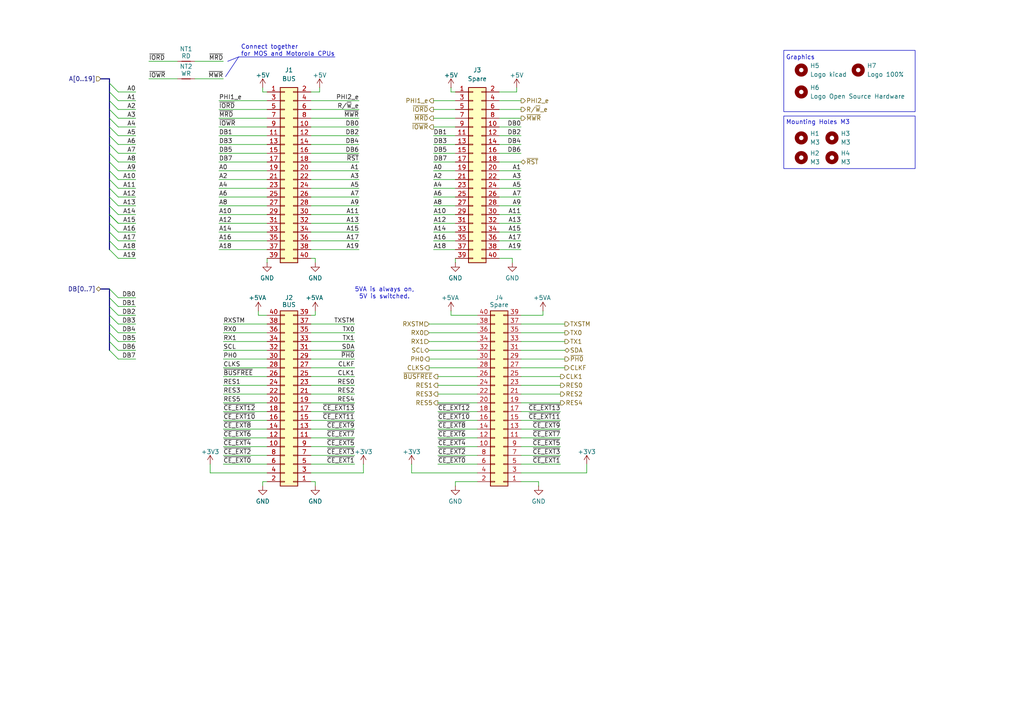
<source format=kicad_sch>
(kicad_sch (version 20231120) (generator "eeschema") (generator_version "8.0")
  (paper "A4")
  (title_block (title "Unicomp v3 - Bus") (date "2024-10-01") (rev "v1.0") (company "100% Offner") (comment 1 "v1.0: Initial"))
  (lib_symbols
    (symbol "Connector_Generic:Conn_02x20_Odd_Even" (pin_names (offset 1.016) hide)
      (property "Reference" "J" (at 1.27 25.4 0))
      (property "Value" "Conn_02x20_Odd_Even" (at 1.27 -27.94 0))
      (symbol "Conn_02x20_Odd_Even_1_1"
        (rectangle (start -1.27 -25.273) (end 0 -25.527) (stroke (width 0.1524)))
        (rectangle (start -1.27 -22.733) (end 0 -22.987) (stroke (width 0.1524)))
        (rectangle (start -1.27 -20.193) (end 0 -20.447) (stroke (width 0.1524)))
        (rectangle (start -1.27 -17.653) (end 0 -17.907) (stroke (width 0.1524)))
        (rectangle (start -1.27 -15.113) (end 0 -15.367) (stroke (width 0.1524)))
        (rectangle (start -1.27 -12.573) (end 0 -12.827) (stroke (width 0.1524)))
        (rectangle (start -1.27 -10.033) (end 0 -10.287) (stroke (width 0.1524)))
        (rectangle (start -1.27 -7.493) (end 0 -7.747) (stroke (width 0.1524)))
        (rectangle (start -1.27 -4.953) (end 0 -5.207) (stroke (width 0.1524)))
        (rectangle (start -1.27 -2.413) (end 0 -2.667) (stroke (width 0.1524)))
        (rectangle (start -1.27 0.127) (end 0 -0.127) (stroke (width 0.1524)))
        (rectangle (start -1.27 2.667) (end 0 2.413) (stroke (width 0.1524)))
        (rectangle (start -1.27 5.207) (end 0 4.953) (stroke (width 0.1524)))
        (rectangle (start -1.27 7.747) (end 0 7.493) (stroke (width 0.1524)))
        (rectangle (start -1.27 10.287) (end 0 10.033) (stroke (width 0.1524)))
        (rectangle (start -1.27 12.827) (end 0 12.573) (stroke (width 0.1524)))
        (rectangle (start -1.27 15.367) (end 0 15.113) (stroke (width 0.1524)))
        (rectangle (start -1.27 17.907) (end 0 17.653) (stroke (width 0.1524)))
        (rectangle (start -1.27 20.447) (end 0 20.193) (stroke (width 0.1524)))
        (rectangle (start -1.27 22.987) (end 0 22.733) (stroke (width 0.1524)))
        (rectangle (start -1.27 24.13) (end 3.81 -26.67) (stroke (width 0.254)) (fill (type background)))
        (rectangle (start 3.81 -25.273) (end 2.54 -25.527) (stroke (width 0.1524)))
        (rectangle (start 3.81 -22.733) (end 2.54 -22.987) (stroke (width 0.1524)))
        (rectangle (start 3.81 -20.193) (end 2.54 -20.447) (stroke (width 0.1524)))
        (rectangle (start 3.81 -17.653) (end 2.54 -17.907) (stroke (width 0.1524)))
        (rectangle (start 3.81 -15.113) (end 2.54 -15.367) (stroke (width 0.1524)))
        (rectangle (start 3.81 -12.573) (end 2.54 -12.827) (stroke (width 0.1524)))
        (rectangle (start 3.81 -10.033) (end 2.54 -10.287) (stroke (width 0.1524)))
        (rectangle (start 3.81 -7.493) (end 2.54 -7.747) (stroke (width 0.1524)))
        (rectangle (start 3.81 -4.953) (end 2.54 -5.207) (stroke (width 0.1524)))
        (rectangle (start 3.81 -2.413) (end 2.54 -2.667) (stroke (width 0.1524)))
        (rectangle (start 3.81 0.127) (end 2.54 -0.127) (stroke (width 0.1524)))
        (rectangle (start 3.81 2.667) (end 2.54 2.413) (stroke (width 0.1524)))
        (rectangle (start 3.81 5.207) (end 2.54 4.953) (stroke (width 0.1524)))
        (rectangle (start 3.81 7.747) (end 2.54 7.493) (stroke (width 0.1524)))
        (rectangle (start 3.81 10.287) (end 2.54 10.033) (stroke (width 0.1524)))
        (rectangle (start 3.81 12.827) (end 2.54 12.573) (stroke (width 0.1524)))
        (rectangle (start 3.81 15.367) (end 2.54 15.113) (stroke (width 0.1524)))
        (rectangle (start 3.81 17.907) (end 2.54 17.653) (stroke (width 0.1524)))
        (rectangle (start 3.81 20.447) (end 2.54 20.193) (stroke (width 0.1524)))
        (rectangle (start 3.81 22.987) (end 2.54 22.733) (stroke (width 0.1524)))
        (pin passive line (at -5.08 22.86 0) (length 3.81) (name "Pin_1") (number "1"))
        (pin passive line (at 7.62 12.7 180) (length 3.81) (name "Pin_10") (number "10"))
        (pin passive line (at -5.08 10.16 0) (length 3.81) (name "Pin_11") (number "11"))
        (pin passive line (at 7.62 10.16 180) (length 3.81) (name "Pin_12") (number "12"))
        (pin passive line (at -5.08 7.62 0) (length 3.81) (name "Pin_13") (number "13"))
        (pin passive line (at 7.62 7.62 180) (length 3.81) (name "Pin_14") (number "14"))
        (pin passive line (at -5.08 5.08 0) (length 3.81) (name "Pin_15") (number "15"))
        (pin passive line (at 7.62 5.08 180) (length 3.81) (name "Pin_16") (number "16"))
        (pin passive line (at -5.08 2.54 0) (length 3.81) (name "Pin_17") (number "17"))
        (pin passive line (at 7.62 2.54 180) (length 3.81) (name "Pin_18") (number "18"))
        (pin passive line (at -5.08 0 0) (length 3.81) (name "Pin_19") (number "19"))
        (pin passive line (at 7.62 22.86 180) (length 3.81) (name "Pin_2") (number "2"))
        (pin passive line (at 7.62 0 180) (length 3.81) (name "Pin_20") (number "20"))
        (pin passive line (at -5.08 -2.54 0) (length 3.81) (name "Pin_21") (number "21"))
        (pin passive line (at 7.62 -2.54 180) (length 3.81) (name "Pin_22") (number "22"))
        (pin passive line (at -5.08 -5.08 0) (length 3.81) (name "Pin_23") (number "23"))
        (pin passive line (at 7.62 -5.08 180) (length 3.81) (name "Pin_24") (number "24"))
        (pin passive line (at -5.08 -7.62 0) (length 3.81) (name "Pin_25") (number "25"))
        (pin passive line (at 7.62 -7.62 180) (length 3.81) (name "Pin_26") (number "26"))
        (pin passive line (at -5.08 -10.16 0) (length 3.81) (name "Pin_27") (number "27"))
        (pin passive line (at 7.62 -10.16 180) (length 3.81) (name "Pin_28") (number "28"))
        (pin passive line (at -5.08 -12.7 0) (length 3.81) (name "Pin_29") (number "29"))
        (pin passive line (at -5.08 20.32 0) (length 3.81) (name "Pin_3") (number "3"))
        (pin passive line (at 7.62 -12.7 180) (length 3.81) (name "Pin_30") (number "30"))
        (pin passive line (at -5.08 -15.24 0) (length 3.81) (name "Pin_31") (number "31"))
        (pin passive line (at 7.62 -15.24 180) (length 3.81) (name "Pin_32") (number "32"))
        (pin passive line (at -5.08 -17.78 0) (length 3.81) (name "Pin_33") (number "33"))
        (pin passive line (at 7.62 -17.78 180) (length 3.81) (name "Pin_34") (number "34"))
        (pin passive line (at -5.08 -20.32 0) (length 3.81) (name "Pin_35") (number "35"))
        (pin passive line (at 7.62 -20.32 180) (length 3.81) (name "Pin_36") (number "36"))
        (pin passive line (at -5.08 -22.86 0) (length 3.81) (name "Pin_37") (number "37"))
        (pin passive line (at 7.62 -22.86 180) (length 3.81) (name "Pin_38") (number "38"))
        (pin passive line (at -5.08 -25.4 0) (length 3.81) (name "Pin_39") (number "39"))
        (pin passive line (at 7.62 20.32 180) (length 3.81) (name "Pin_4") (number "4"))
        (pin passive line (at 7.62 -25.4 180) (length 3.81) (name "Pin_40") (number "40"))
        (pin passive line (at -5.08 17.78 0) (length 3.81) (name "Pin_5") (number "5"))
        (pin passive line (at 7.62 17.78 180) (length 3.81) (name "Pin_6") (number "6"))
        (pin passive line (at -5.08 15.24 0) (length 3.81) (name "Pin_7") (number "7"))
        (pin passive line (at 7.62 15.24 180) (length 3.81) (name "Pin_8") (number "8"))
        (pin passive line (at -5.08 12.7 0) (length 3.81) (name "Pin_9") (number "9"))
      )
    )
    (symbol "Device:NetTie_2" (pin_numbers hide) (pin_names (offset 0) hide) (in_bom no)
      (property "Reference" "NT" (at 0 1.27 0))
      (property "Value" "NetTie_2" (at 0 -1.27 0))
      (symbol "NetTie_2_0_1"
        (polyline (pts (xy -1.27 0) (xy 1.27 0)) (stroke (width 0.254)))
      )
      (symbol "NetTie_2_1_1"
        (pin passive line (at -2.54 0 0) (length 2.54) (name "1") (number "1"))
        (pin passive line (at 2.54 0 180) (length 2.54) (name "2") (number "2"))
      )
    )
    (symbol "Mechanical:MountingHole" (pin_names (offset 1.016)) (exclude_from_sim yes) (in_bom no)
      (property "Reference" "H" (at 0 5.08 0))
      (property "Value" "MountingHole" (at 0 3.175 0))
      (symbol "MountingHole_0_1"
        (circle (center 0 0) (radius 1.27) (stroke (width 1.27)))
      )
    )
    (symbol "power:+3V3" (power) (pin_numbers hide) (pin_names (offset 0) hide)
      (property "Value" "+3V3" (at 0 3.556 0))
      (symbol "+3V3_0_1"
        (polyline (pts (xy -0.762 1.27) (xy 0 2.54)))
        (polyline (pts (xy 0 0) (xy 0 2.54)))
        (polyline (pts (xy 0 2.54) (xy 0.762 1.27)))
      )
      (symbol "+3V3_1_1"
        (pin power_in line (at 0 0 90) (length 0) (name "~") (number "1"))
      )
    )
    (symbol "power:+5V" (power) (pin_numbers hide) (pin_names (offset 0) hide)
      (property "Value" "+5V" (at 0 3.556 0))
      (symbol "+5V_0_1"
        (polyline (pts (xy -0.762 1.27) (xy 0 2.54)))
        (polyline (pts (xy 0 0) (xy 0 2.54)))
        (polyline (pts (xy 0 2.54) (xy 0.762 1.27)))
      )
      (symbol "+5V_1_1"
        (pin power_in line (at 0 0 90) (length 0) (name "~") (number "1"))
      )
    )
    (symbol "power:+5VA" (power) (pin_numbers hide) (pin_names (offset 0) hide)
      (property "Value" "+5VA" (at 0 3.556 0))
      (symbol "+5VA_0_1"
        (polyline (pts (xy -0.762 1.27) (xy 0 2.54)))
        (polyline (pts (xy 0 0) (xy 0 2.54)))
        (polyline (pts (xy 0 2.54) (xy 0.762 1.27)))
      )
      (symbol "+5VA_1_1"
        (pin power_in line (at 0 0 90) (length 0) (name "~") (number "1"))
      )
    )
    (symbol "power:GND" (power) (pin_numbers hide) (pin_names (offset 0) hide)
      (property "Value" "GND" (at 0 -3.81 0))
      (symbol "GND_0_1"
        (polyline (pts (xy 0 0) (xy 0 -1.27) (xy 1.27 -1.27) (xy 0 -2.54) (xy -1.27 -1.27) (xy 0 -1.27)))
      )
      (symbol "GND_1_1"
        (pin power_in line (at 0 0 270) (length 0) (name "~") (number "1"))
      )
    )
  )
  (bus_entry (at 31.75 57.15) (size 2.54 2.54))
  (bus_entry (at 31.75 49.53) (size 2.54 2.54))
  (bus_entry (at 31.75 34.29) (size 2.54 2.54))
  (bus_entry (at 31.75 62.23) (size 2.54 2.54))
  (bus_entry (at 31.75 72.39) (size 2.54 2.54))
  (bus_entry (at 31.75 91.44) (size 2.54 2.54))
  (bus_entry (at 31.75 83.82) (size 2.54 2.54))
  (bus_entry (at 31.75 99.06) (size 2.54 2.54))
  (bus_entry (at 31.75 36.83) (size 2.54 2.54))
  (bus_entry (at 31.75 24.13) (size 2.54 2.54))
  (bus_entry (at 31.75 67.31) (size 2.54 2.54))
  (bus_entry (at 31.75 54.61) (size 2.54 2.54))
  (bus_entry (at 31.75 44.45) (size 2.54 2.54))
  (bus_entry (at 31.75 86.36) (size 2.54 2.54))
  (bus_entry (at 31.75 41.91) (size 2.54 2.54))
  (bus_entry (at 31.75 46.99) (size 2.54 2.54))
  (bus_entry (at 31.75 39.37) (size 2.54 2.54))
  (bus_entry (at 31.75 31.75) (size 2.54 2.54))
  (bus_entry (at 31.75 29.21) (size 2.54 2.54))
  (bus_entry (at 31.75 96.52) (size 2.54 2.54))
  (bus_entry (at 31.75 26.67) (size 2.54 2.54))
  (bus_entry (at 31.75 88.9) (size 2.54 2.54))
  (bus_entry (at 31.75 52.07) (size 2.54 2.54))
  (bus_entry (at 31.75 62.23) (size 2.54 2.54))
  (bus_entry (at 31.75 69.85) (size 2.54 2.54))
  (bus_entry (at 31.75 59.69) (size 2.54 2.54))
  (bus_entry (at 31.75 93.98) (size 2.54 2.54))
  (bus_entry (at 31.75 64.77) (size 2.54 2.54))
  (bus_entry (at 31.75 101.6) (size 2.54 2.54))
  (wire (pts (xy 39.37 91.44) (xy 34.29 91.44)))
  (wire (pts (xy 125.73 41.91) (xy 132.08 41.91)))
  (bus (pts (xy 31.75 91.44) (xy 31.75 88.9)))
  (bus (pts (xy 31.75 31.75) (xy 31.75 29.21)))
  (wire (pts (xy 91.44 74.93) (xy 90.17 74.93)))
  (wire (pts (xy 151.13 116.84) (xy 162.56 116.84)))
  (wire (pts (xy 125.73 44.45) (xy 132.08 44.45)))
  (wire (pts (xy 63.5 29.21) (xy 77.47 29.21)))
  (wire (pts (xy 144.78 57.15) (xy 151.13 57.15)))
  (wire (pts (xy 91.44 90.17) (xy 91.44 91.44)))
  (wire (pts (xy 156.21 139.7) (xy 151.13 139.7)))
  (wire (pts (xy 39.37 104.14) (xy 34.29 104.14)))
  (wire (pts (xy 90.17 99.06) (xy 102.87 99.06)))
  (wire (pts (xy 170.18 134.62) (xy 170.18 137.16)))
  (wire (pts (xy 125.73 39.37) (xy 132.08 39.37)))
  (wire (pts (xy 63.5 64.77) (xy 77.47 64.77)))
  (wire (pts (xy 130.81 90.17) (xy 130.81 91.44)))
  (wire (pts (xy 64.77 134.62) (xy 77.47 134.62)))
  (wire (pts (xy 144.78 64.77) (xy 151.13 64.77)))
  (wire (pts (xy 144.78 69.85) (xy 151.13 69.85)))
  (wire (pts (xy 64.77 121.92) (xy 77.47 121.92)))
  (wire (pts (xy 151.13 129.54) (xy 162.56 129.54)))
  (wire (pts (xy 127 111.76) (xy 138.43 111.76)))
  (wire (pts (xy 90.17 64.77) (xy 104.14 64.77)))
  (wire (pts (xy 149.86 26.67) (xy 144.78 26.67)))
  (wire (pts (xy 39.37 69.85) (xy 34.29 69.85)))
  (wire (pts (xy 91.44 76.2) (xy 91.44 74.93)))
  (wire (pts (xy 151.13 99.06) (xy 163.83 99.06)))
  (wire (pts (xy 90.17 59.69) (xy 104.14 59.69)))
  (wire (pts (xy 127 127) (xy 138.43 127)))
  (wire (pts (xy 130.81 91.44) (xy 138.43 91.44)))
  (wire (pts (xy 63.5 36.83) (xy 77.47 36.83)))
  (wire (pts (xy 63.5 39.37) (xy 77.47 39.37)))
  (wire (pts (xy 90.17 116.84) (xy 102.87 116.84)))
  (wire (pts (xy 157.48 90.17) (xy 157.48 91.44)))
  (wire (pts (xy 56.515 17.78) (xy 64.77 17.78)))
  (wire (pts (xy 125.73 69.85) (xy 132.08 69.85)))
  (wire (pts (xy 60.96 137.16) (xy 77.47 137.16)))
  (wire (pts (xy 148.59 76.2) (xy 148.59 74.93)))
  (wire (pts (xy 151.13 127) (xy 162.56 127)))
  (bus (pts (xy 31.75 99.06) (xy 31.75 96.52)))
  (bus (pts (xy 31.75 88.9) (xy 31.75 86.36)))
  (wire (pts (xy 125.73 46.99) (xy 132.08 46.99)))
  (wire (pts (xy 76.2 25.4) (xy 76.2 26.67)))
  (wire (pts (xy 125.73 31.75) (xy 132.08 31.75)))
  (wire (pts (xy 39.37 36.83) (xy 34.29 36.83)))
  (wire (pts (xy 39.37 57.15) (xy 34.29 57.15)))
  (wire (pts (xy 74.93 91.44) (xy 77.47 91.44)))
  (bus (pts (xy 31.75 64.77) (xy 31.75 62.23)))
  (wire (pts (xy 39.37 62.23) (xy 34.29 62.23)))
  (wire (pts (xy 64.77 99.06) (xy 77.47 99.06)))
  (wire (pts (xy 149.86 25.4) (xy 149.86 26.67)))
  (wire (pts (xy 125.73 57.15) (xy 132.08 57.15)))
  (wire (pts (xy 39.37 52.07) (xy 34.29 52.07)))
  (wire (pts (xy 90.17 36.83) (xy 104.14 36.83)))
  (wire (pts (xy 39.37 49.53) (xy 34.29 49.53)))
  (bus (pts (xy 31.75 44.45) (xy 31.75 41.91)))
  (wire (pts (xy 92.71 25.4) (xy 92.71 26.67)))
  (wire (pts (xy 90.17 31.75) (xy 104.14 31.75)))
  (wire (pts (xy 64.77 124.46) (xy 77.47 124.46)))
  (bus (pts (xy 31.75 86.36) (xy 31.75 83.82)))
  (wire (pts (xy 64.77 106.68) (xy 77.47 106.68)))
  (wire (pts (xy 39.37 88.9) (xy 34.29 88.9)))
  (wire (pts (xy 64.77 101.6) (xy 77.47 101.6)))
  (wire (pts (xy 64.77 114.3) (xy 77.47 114.3)))
  (bus (pts (xy 31.75 69.85) (xy 31.75 67.31)))
  (wire (pts (xy 39.37 46.99) (xy 34.29 46.99)))
  (wire (pts (xy 125.73 59.69) (xy 132.08 59.69)))
  (wire (pts (xy 39.37 96.52) (xy 34.29 96.52)))
  (wire (pts (xy 64.77 129.54) (xy 77.47 129.54)))
  (wire (pts (xy 39.37 39.37) (xy 34.29 39.37)))
  (wire (pts (xy 125.73 36.83) (xy 132.08 36.83)))
  (wire (pts (xy 125.73 52.07) (xy 132.08 52.07)))
  (wire (pts (xy 39.37 34.29) (xy 34.29 34.29)))
  (wire (pts (xy 63.5 31.75) (xy 77.47 31.75)))
  (wire (pts (xy 127 116.84) (xy 138.43 116.84)))
  (wire (pts (xy 151.13 124.46) (xy 162.56 124.46)))
  (wire (pts (xy 130.81 26.67) (xy 132.08 26.67)))
  (wire (pts (xy 151.13 101.6) (xy 163.83 101.6)))
  (bus (pts (xy 31.75 39.37) (xy 31.75 36.83)))
  (wire (pts (xy 63.5 52.07) (xy 77.47 52.07)))
  (wire (pts (xy 90.17 134.62) (xy 102.87 134.62)))
  (bus (pts (xy 31.75 93.98) (xy 31.75 91.44)))
  (wire (pts (xy 39.37 44.45) (xy 34.29 44.45)))
  (wire (pts (xy 157.48 91.44) (xy 151.13 91.44)))
  (wire (pts (xy 127 114.3) (xy 138.43 114.3)))
  (wire (pts (xy 124.46 106.68) (xy 138.43 106.68)))
  (wire (pts (xy 77.47 76.2) (xy 77.47 74.93)))
  (wire (pts (xy 63.5 72.39) (xy 77.47 72.39)))
  (wire (pts (xy 151.13 109.22) (xy 162.56 109.22)))
  (wire (pts (xy 90.17 69.85) (xy 104.14 69.85)))
  (wire (pts (xy 63.5 62.23) (xy 77.47 62.23)))
  (wire (pts (xy 127 119.38) (xy 138.43 119.38)))
  (wire (pts (xy 63.5 59.69) (xy 77.47 59.69)))
  (polyline (pts (xy 97.155 16.51) (xy 69.215 16.51)))
  (wire (pts (xy 90.17 57.15) (xy 104.14 57.15)))
  (wire (pts (xy 91.44 91.44) (xy 90.17 91.44)))
  (wire (pts (xy 125.73 62.23) (xy 132.08 62.23)))
  (bus (pts (xy 31.75 52.07) (xy 31.75 49.53)))
  (bus (pts (xy 31.75 54.61) (xy 31.75 52.07)))
  (wire (pts (xy 39.37 64.77) (xy 34.29 64.77)))
  (wire (pts (xy 144.78 62.23) (xy 151.13 62.23)))
  (wire (pts (xy 125.73 34.29) (xy 132.08 34.29)))
  (bus (pts (xy 31.75 72.39) (xy 31.75 69.85)))
  (wire (pts (xy 144.78 67.31) (xy 151.13 67.31)))
  (wire (pts (xy 151.13 132.08) (xy 162.56 132.08)))
  (wire (pts (xy 119.38 137.16) (xy 138.43 137.16)))
  (wire (pts (xy 151.13 96.52) (xy 163.83 96.52)))
  (wire (pts (xy 63.5 54.61) (xy 77.47 54.61)))
  (bus (pts (xy 31.75 49.53) (xy 31.75 46.99)))
  (wire (pts (xy 76.2 140.97) (xy 76.2 139.7)))
  (wire (pts (xy 156.21 140.97) (xy 156.21 139.7)))
  (wire (pts (xy 39.37 99.06) (xy 34.29 99.06)))
  (wire (pts (xy 91.44 140.97) (xy 91.44 139.7)))
  (bus (pts (xy 31.75 29.21) (xy 31.75 26.67)))
  (wire (pts (xy 125.73 67.31) (xy 132.08 67.31)))
  (wire (pts (xy 144.78 49.53) (xy 151.13 49.53)))
  (wire (pts (xy 39.37 86.36) (xy 34.29 86.36)))
  (bus (pts (xy 31.75 83.82) (xy 29.21 83.82)))
  (wire (pts (xy 127 121.92) (xy 138.43 121.92)))
  (wire (pts (xy 127 129.54) (xy 138.43 129.54)))
  (wire (pts (xy 63.5 34.29) (xy 77.47 34.29)))
  (wire (pts (xy 144.78 34.29) (xy 151.13 34.29)))
  (wire (pts (xy 43.18 17.78) (xy 51.435 17.78)))
  (wire (pts (xy 63.5 46.99) (xy 77.47 46.99)))
  (wire (pts (xy 90.17 106.68) (xy 102.87 106.68)))
  (wire (pts (xy 144.78 29.21) (xy 151.13 29.21)))
  (wire (pts (xy 76.2 26.67) (xy 77.47 26.67)))
  (wire (pts (xy 90.17 114.3) (xy 102.87 114.3)))
  (wire (pts (xy 132.08 76.2) (xy 132.08 74.93)))
  (wire (pts (xy 125.73 72.39) (xy 132.08 72.39)))
  (wire (pts (xy 74.93 90.17) (xy 74.93 91.44)))
  (wire (pts (xy 64.77 109.22) (xy 77.47 109.22)))
  (wire (pts (xy 39.37 74.93) (xy 34.29 74.93)))
  (wire (pts (xy 90.17 104.14) (xy 102.87 104.14)))
  (wire (pts (xy 90.17 44.45) (xy 104.14 44.45)))
  (wire (pts (xy 64.77 111.76) (xy 77.47 111.76)))
  (wire (pts (xy 144.78 54.61) (xy 151.13 54.61)))
  (wire (pts (xy 124.46 101.6) (xy 138.43 101.6)))
  (bus (pts (xy 31.75 57.15) (xy 31.75 54.61)))
  (wire (pts (xy 151.13 93.98) (xy 163.83 93.98)))
  (wire (pts (xy 63.5 69.85) (xy 77.47 69.85)))
  (wire (pts (xy 64.77 93.98) (xy 77.47 93.98)))
  (wire (pts (xy 39.37 31.75) (xy 34.29 31.75)))
  (wire (pts (xy 90.17 62.23) (xy 104.14 62.23)))
  (wire (pts (xy 124.46 96.52) (xy 138.43 96.52)))
  (wire (pts (xy 127 124.46) (xy 138.43 124.46)))
  (wire (pts (xy 90.17 49.53) (xy 104.14 49.53)))
  (bus (pts (xy 31.75 46.99) (xy 31.75 44.45)))
  (wire (pts (xy 64.77 96.52) (xy 77.47 96.52)))
  (wire (pts (xy 124.46 104.14) (xy 138.43 104.14)))
  (wire (pts (xy 90.17 127) (xy 102.87 127)))
  (wire (pts (xy 92.71 26.67) (xy 90.17 26.67)))
  (wire (pts (xy 56.515 22.86) (xy 64.77 22.86)))
  (wire (pts (xy 76.2 139.7) (xy 77.47 139.7)))
  (wire (pts (xy 124.46 99.06) (xy 138.43 99.06)))
  (wire (pts (xy 144.78 44.45) (xy 151.13 44.45)))
  (wire (pts (xy 144.78 59.69) (xy 151.13 59.69)))
  (wire (pts (xy 125.73 54.61) (xy 132.08 54.61)))
  (wire (pts (xy 43.18 22.86) (xy 51.435 22.86)))
  (wire (pts (xy 63.5 67.31) (xy 77.47 67.31)))
  (wire (pts (xy 127 132.08) (xy 138.43 132.08)))
  (wire (pts (xy 90.17 119.38) (xy 102.87 119.38)))
  (wire (pts (xy 63.5 41.91) (xy 77.47 41.91)))
  (wire (pts (xy 39.37 59.69) (xy 34.29 59.69)))
  (wire (pts (xy 63.5 44.45) (xy 77.47 44.45)))
  (wire (pts (xy 60.96 134.62) (xy 60.96 137.16)))
  (polyline (pts (xy 65.405 22.225) (xy 69.215 16.51)))
  (wire (pts (xy 151.13 119.38) (xy 162.56 119.38)))
  (wire (pts (xy 64.77 116.84) (xy 77.47 116.84)))
  (wire (pts (xy 90.17 129.54) (xy 102.87 129.54)))
  (wire (pts (xy 127 134.62) (xy 138.43 134.62)))
  (wire (pts (xy 39.37 93.98) (xy 34.29 93.98)))
  (wire (pts (xy 64.77 127) (xy 77.47 127)))
  (wire (pts (xy 39.37 101.6) (xy 34.29 101.6)))
  (wire (pts (xy 64.77 119.38) (xy 77.47 119.38)))
  (wire (pts (xy 144.78 31.75) (xy 151.13 31.75)))
  (bus (pts (xy 31.75 36.83) (xy 31.75 34.29)))
  (wire (pts (xy 151.13 111.76) (xy 162.56 111.76)))
  (wire (pts (xy 90.17 41.91) (xy 104.14 41.91)))
  (wire (pts (xy 151.13 137.16) (xy 170.18 137.16)))
  (wire (pts (xy 63.5 57.15) (xy 77.47 57.15)))
  (wire (pts (xy 148.59 74.93) (xy 144.78 74.93)))
  (wire (pts (xy 90.17 39.37) (xy 104.14 39.37)))
  (wire (pts (xy 119.38 134.62) (xy 119.38 137.16)))
  (wire (pts (xy 90.17 34.29) (xy 104.14 34.29)))
  (wire (pts (xy 39.37 41.91) (xy 34.29 41.91)))
  (wire (pts (xy 132.08 139.7) (xy 138.43 139.7)))
  (wire (pts (xy 125.73 64.77) (xy 132.08 64.77)))
  (wire (pts (xy 39.37 29.21) (xy 34.29 29.21)))
  (wire (pts (xy 90.17 93.98) (xy 102.87 93.98)))
  (wire (pts (xy 144.78 41.91) (xy 151.13 41.91)))
  (wire (pts (xy 144.78 46.99) (xy 151.13 46.99)))
  (bus (pts (xy 31.75 59.69) (xy 31.75 57.15)))
  (wire (pts (xy 90.17 101.6) (xy 102.87 101.6)))
  (wire (pts (xy 90.17 124.46) (xy 102.87 124.46)))
  (bus (pts (xy 31.75 41.91) (xy 31.75 39.37)))
  (wire (pts (xy 90.17 109.22) (xy 102.87 109.22)))
  (wire (pts (xy 151.13 104.14) (xy 163.83 104.14)))
  (wire (pts (xy 125.73 29.21) (xy 132.08 29.21)))
  (bus (pts (xy 31.75 26.67) (xy 31.75 24.13)))
  (wire (pts (xy 64.77 132.08) (xy 77.47 132.08)))
  (bus (pts (xy 31.75 62.23) (xy 31.75 59.69)))
  (wire (pts (xy 39.37 72.39) (xy 34.29 72.39)))
  (wire (pts (xy 90.17 111.76) (xy 102.87 111.76)))
  (wire (pts (xy 39.37 67.31) (xy 34.29 67.31)))
  (bus (pts (xy 31.75 24.13) (xy 31.75 22.86)))
  (wire (pts (xy 130.81 25.4) (xy 130.81 26.67)))
  (wire (pts (xy 90.17 121.92) (xy 102.87 121.92)))
  (polyline (pts (xy 66.04 17.78) (xy 69.215 16.51)))
  (wire (pts (xy 90.17 137.16) (xy 105.41 137.16)))
  (bus (pts (xy 31.75 96.52) (xy 31.75 93.98)))
  (wire (pts (xy 90.17 67.31) (xy 104.14 67.31)))
  (wire (pts (xy 63.5 49.53) (xy 77.47 49.53)))
  (wire (pts (xy 90.17 29.21) (xy 104.14 29.21)))
  (wire (pts (xy 90.17 52.07) (xy 104.14 52.07)))
  (wire (pts (xy 90.17 54.61) (xy 104.14 54.61)))
  (wire (pts (xy 125.73 49.53) (xy 132.08 49.53)))
  (wire (pts (xy 39.37 26.67) (xy 34.29 26.67)))
  (wire (pts (xy 144.78 72.39) (xy 151.13 72.39)))
  (bus (pts (xy 31.75 101.6) (xy 31.75 99.06)))
  (wire (pts (xy 90.17 72.39) (xy 104.14 72.39)))
  (wire (pts (xy 151.13 121.92) (xy 162.56 121.92)))
  (wire (pts (xy 151.13 134.62) (xy 162.56 134.62)))
  (wire (pts (xy 151.13 114.3) (xy 162.56 114.3)))
  (bus (pts (xy 31.75 67.31) (xy 31.75 64.77)))
  (wire (pts (xy 144.78 39.37) (xy 151.13 39.37)))
  (wire (pts (xy 144.78 52.07) (xy 151.13 52.07)))
  (wire (pts (xy 90.17 132.08) (xy 102.87 132.08)))
  (wire (pts (xy 127 109.22) (xy 138.43 109.22)))
  (wire (pts (xy 105.41 134.62) (xy 105.41 137.16)))
  (wire (pts (xy 91.44 139.7) (xy 90.17 139.7)))
  (wire (pts (xy 151.13 106.68) (xy 163.83 106.68)))
  (wire (pts (xy 90.17 46.99) (xy 104.14 46.99)))
  (bus (pts (xy 31.75 22.86) (xy 29.21 22.86)))
  (wire (pts (xy 144.78 36.83) (xy 151.13 36.83)))
  (wire (pts (xy 132.08 140.97) (xy 132.08 139.7)))
  (wire (pts (xy 90.17 96.52) (xy 102.87 96.52)))
  (wire (pts (xy 39.37 54.61) (xy 34.29 54.61)))
  (wire (pts (xy 124.46 93.98) (xy 138.43 93.98)))
  (bus (pts (xy 31.75 34.29) (xy 31.75 31.75)))
  (wire (pts (xy 64.77 104.14) (xy 77.47 104.14)))
  (rectangle (start 227.33 33.655) (end 265.43 48.895))
  (rectangle (start 227.33 14.605) (end 265.43 32.385))
  (text "Graphics" (at 232.156 16.764 0) (effects (font (size 1.27 1.27))))
  (text "Connect together\nfor MOS and Motorola CPUs" (at 69.85 16.51 0) (effects (font (size 1.27 1.27)) (justify left bottom)))
  (text "5VA is always on,\n5V is switched." (at 111.506 85.09 0) (effects (font (size 1.27 1.27))))
  (text "Mounting Holes M3" (at 237.236 35.56 0) (effects (font (size 1.27 1.27))))
  (label "DB7" (at 63.5 46.99 0))
  (label "~{CE_EXT8}" (at 64.77 124.46 0))
  (label "~{CE_EXT1}" (at 102.87 134.62 180))
  (label "A19" (at 151.13 72.39 180))
  (label "~{CE_EXT6}" (at 64.77 127 0))
  (label "A15" (at 151.13 67.31 180))
  (label "A0" (at 39.37 26.67 180))
  (label "RX1" (at 64.77 99.06 0))
  (label "A17" (at 39.37 69.85 180))
  (label "A17" (at 104.14 69.85 180))
  (label "A0" (at 63.5 49.53 0))
  (label "~{CE_EXT5}" (at 162.56 129.54 180))
  (label "~{CE_EXT1}" (at 162.56 134.62 180))
  (label "DB4" (at 39.37 96.52 180))
  (label "A6" (at 63.5 57.15 0))
  (label "DB0" (at 39.37 86.36 180))
  (label "A18" (at 63.5 72.39 0))
  (label "DB7" (at 39.37 104.14 180))
  (label "DB5" (at 39.37 99.06 180))
  (label "A7" (at 151.13 57.15 180))
  (label "A17" (at 151.13 69.85 180))
  (label "DB7" (at 125.73 46.99 0))
  (label "RES5" (at 64.77 116.84 0))
  (label "~{CE_EXT8}" (at 127 124.46 0))
  (label "A11" (at 151.13 62.23 180))
  (label "DB6" (at 151.13 44.45 180))
  (label "~{CE_EXT13}" (at 102.87 119.38 180))
  (label "A13" (at 104.14 64.77 180))
  (label "DB3" (at 39.37 93.98 180))
  (label "A0" (at 125.73 49.53 0))
  (label "A16" (at 63.5 69.85 0))
  (label "A5" (at 39.37 39.37 180))
  (label "A15" (at 39.37 64.77 180))
  (label "DB2" (at 39.37 91.44 180))
  (label "A9" (at 39.37 49.53 180))
  (label "~{CE_EXT4}" (at 64.77 129.54 0))
  (label "A4" (at 125.73 54.61 0))
  (label "~{CE_EXT13}" (at 162.56 119.38 180))
  (label "A5" (at 104.14 54.61 180))
  (label "A12" (at 63.5 64.77 0))
  (label "DB2" (at 104.14 39.37 180))
  (label "A8" (at 63.5 59.69 0))
  (label "CLK1" (at 102.87 109.22 180))
  (label "~{CE_EXT5}" (at 102.87 129.54 180))
  (label "SDA" (at 102.87 101.6 180))
  (label "A11" (at 39.37 54.61 180))
  (label "CLKF" (at 102.87 106.68 180))
  (label "A2" (at 63.5 52.07 0))
  (label "~{CE_EXT6}" (at 127 127 0))
  (label "A5" (at 151.13 54.61 180))
  (label "DB6" (at 39.37 101.6 180))
  (label "A11" (at 104.14 62.23 180))
  (label "~{CE_EXT0}" (at 127 134.62 0))
  (label "A7" (at 104.14 57.15 180))
  (label "A10" (at 39.37 52.07 180))
  (label "~{MRD}" (at 64.77 17.78 180))
  (label "A16" (at 125.73 69.85 0))
  (label "A9" (at 151.13 59.69 180))
  (label "~{CE_EXT12}" (at 127 119.38 0))
  (label "~{CE_EXT0}" (at 64.77 134.62 0))
  (label "~{IORD}" (at 63.5 31.75 0))
  (label "A3" (at 151.13 52.07 180))
  (label "A2" (at 125.73 52.07 0))
  (label "~{CE_EXT7}" (at 102.87 127 180))
  (label "RES4" (at 102.87 116.84 180))
  (label "~{CE_EXT3}" (at 102.87 132.08 180))
  (label "A7" (at 39.37 44.45 180))
  (label "A15" (at 104.14 67.31 180))
  (label "PH0" (at 64.77 104.14 0))
  (label "TX0" (at 102.87 96.52 180))
  (label "~{MWR}" (at 104.14 34.29 180))
  (label "~{IORD}" (at 43.18 17.78 0))
  (label "A19" (at 104.14 72.39 180))
  (label "DB3" (at 63.5 41.91 0))
  (label "RES1" (at 64.77 111.76 0))
  (label "~{MWR}" (at 64.77 22.86 180))
  (label "DB4" (at 151.13 41.91 180))
  (label "DB1" (at 39.37 88.9 180))
  (label "~{IOWR}" (at 43.18 22.86 0))
  (label "A3" (at 39.37 34.29 180))
  (label "DB0" (at 151.13 36.83 180))
  (label "A14" (at 63.5 67.31 0))
  (label "A10" (at 125.73 62.23 0))
  (label "~{RST}" (at 104.14 46.99 180))
  (label "DB1" (at 125.73 39.37 0))
  (label "DB4" (at 104.14 41.91 180))
  (label "A12" (at 39.37 57.15 180))
  (label "~{CE_EXT2}" (at 127 132.08 0))
  (label "~{BUSFREE}" (at 64.77 109.22 0))
  (label "DB5" (at 125.73 44.45 0))
  (label "A8" (at 125.73 59.69 0))
  (label "~{IOWR}" (at 63.5 36.83 0))
  (label "A4" (at 39.37 36.83 180))
  (label "~{CE_EXT9}" (at 162.56 124.46 180))
  (label "A10" (at 63.5 62.23 0))
  (label "A14" (at 39.37 62.23 180))
  (label "~{CE_EXT10}" (at 127 121.92 0))
  (label "DB6" (at 104.14 44.45 180))
  (label "A2" (at 39.37 31.75 180))
  (label "DB5" (at 63.5 44.45 0))
  (label "R{slash}~{W}_e" (at 104.14 31.75 180))
  (label "DB2" (at 151.13 39.37 180))
  (label "CLKS" (at 64.77 106.68 0))
  (label "PHI2_e" (at 104.14 29.21 180))
  (label "DB1" (at 63.5 39.37 0))
  (label "A6" (at 125.73 57.15 0))
  (label "A13" (at 39.37 59.69 180))
  (label "A14" (at 125.73 67.31 0))
  (label "RES2" (at 102.87 114.3 180))
  (label "A18" (at 39.37 72.39 180))
  (label "A13" (at 151.13 64.77 180))
  (label "~{CE_EXT7}" (at 162.56 127 180))
  (label "~{CE_EXT10}" (at 64.77 121.92 0))
  (label "~{CE_EXT11}" (at 162.56 121.92 180))
  (label "A1" (at 104.14 49.53 180))
  (label "~{CE_EXT11}" (at 102.87 121.92 180))
  (label "TXSTM" (at 102.87 93.98 180))
  (label "A12" (at 125.73 64.77 0))
  (label "~{CE_EXT2}" (at 64.77 132.08 0))
  (label "A3" (at 104.14 52.07 180))
  (label "~{CE_EXT12}" (at 64.77 119.38 0))
  (label "A4" (at 63.5 54.61 0))
  (label "DB3" (at 125.73 41.91 0))
  (label "~{CE_EXT3}" (at 162.56 132.08 180))
  (label "TX1" (at 102.87 99.06 180))
  (label "SCL" (at 64.77 101.6 0))
  (label "A9" (at 104.14 59.69 180))
  (label "A6" (at 39.37 41.91 180))
  (label "A18" (at 125.73 72.39 0))
  (label "RXSTM" (at 64.77 93.98 0))
  (label "~{PH0}" (at 102.87 104.14 180))
  (label "DB0" (at 104.14 36.83 180))
  (label "RX0" (at 64.77 96.52 0))
  (label "~{MRD}" (at 63.5 34.29 0))
  (label "RES3" (at 64.77 114.3 0))
  (label "A19" (at 39.37 74.93 180))
  (label "PHI1_e" (at 63.5 29.21 0))
  (label "RES0" (at 102.87 111.76 180))
  (label "A16" (at 39.37 67.31 180))
  (label "A8" (at 39.37 46.99 180))
  (label "A1" (at 39.37 29.21 180))
  (label "~{CE_EXT4}" (at 127 129.54 0))
  (label "A1" (at 151.13 49.53 180))
  (label "~{CE_EXT9}" (at 102.87 124.46 180))
  (hierarchical_label "RES1" (shape output) (at 127 111.76 180))
  (hierarchical_label "RES5" (shape output) (at 127 116.84 180))
  (hierarchical_label "CLKF" (shape output) (at 163.83 106.68 0))
  (hierarchical_label "DB[0..7]" (shape bidirectional) (at 29.21 83.82 180))
  (hierarchical_label "~{IOWR}" (shape output) (at 125.73 36.83 180))
  (hierarchical_label "A[0..19]" (shape input) (at 29.21 22.86 180))
  (hierarchical_label "CLK1" (shape output) (at 162.56 109.22 0))
  (hierarchical_label "RX1" (shape input) (at 124.46 99.06 180))
  (hierarchical_label "~{RST}" (shape tri_state) (at 151.13 46.99 0))
  (hierarchical_label "TX0" (shape output) (at 163.83 96.52 0))
  (hierarchical_label "RES0" (shape output) (at 162.56 111.76 0))
  (hierarchical_label "SCL" (shape bidirectional) (at 124.46 101.6 180))
  (hierarchical_label "PHI1_e" (shape output) (at 125.73 29.21 180))
  (hierarchical_label "PH0" (shape output) (at 124.46 104.14 180))
  (hierarchical_label "~{IORD}" (shape output) (at 125.73 31.75 180))
  (hierarchical_label "SDA" (shape bidirectional) (at 163.83 101.6 0))
  (hierarchical_label "~{MRD}" (shape output) (at 125.73 34.29 180))
  (hierarchical_label "~{PH0}" (shape output) (at 163.83 104.14 0))
  (hierarchical_label "RES2" (shape output) (at 162.56 114.3 0))
  (hierarchical_label "~{MWR}" (shape output) (at 151.13 34.29 0))
  (hierarchical_label "CLKS" (shape output) (at 124.46 106.68 180))
  (hierarchical_label "TXSTM" (shape output) (at 163.83 93.98 0))
  (hierarchical_label "~{BUSFREE}" (shape output) (at 127 109.22 180))
  (hierarchical_label "RES4" (shape output) (at 162.56 116.84 0))
  (hierarchical_label "R{slash}~{W}_e" (shape output) (at 151.13 31.75 0))
  (hierarchical_label "RES3" (shape output) (at 127 114.3 180))
  (hierarchical_label "TX1" (shape output) (at 163.83 99.06 0))
  (hierarchical_label "RXSTM" (shape input) (at 124.46 93.98 180))
  (hierarchical_label "RX0" (shape input) (at 124.46 96.52 180))
  (hierarchical_label "PHI2_e" (shape output) (at 151.13 29.21 0))
  (symbol (lib_id "Mechanical:MountingHole") (at 232.41 40.005 0) (unit 1)
    (property "Reference" "H1" (at 234.95 38.7349 0) (effects (justify left)))
    (property "Value" "M3" (at 234.95 41.2749 0) (effects (justify left)))
    (property "Footprint" "MountingHole:MountingHole_3.2mm_M3" (effects (hide yes)))
    (property "Description" "Mounting Hole without connection" (effects (hide yes)))
  )
  (symbol (lib_id "Mechanical:MountingHole") (at 241.3 40.005 0) (unit 1)
    (property "Reference" "H3" (at 243.84 38.7349 0) (effects (justify left)))
    (property "Value" "M3" (at 243.84 41.2749 0) (effects (justify left)))
    (property "Footprint" "MountingHole:MountingHole_3.2mm_M3" (effects (hide yes)))
    (property "Description" "Mounting Hole without connection" (effects (hide yes)))
  )
  (symbol (lib_id "Connector_Generic:Conn_02x20_Odd_Even") (at 146.05 116.84 180) (unit 1)
    (property "Reference" "J4" (at 144.78 86.344 0))
    (property "Value" "Spare" (at 144.78 88.392 0))
    (property "Footprint" "Connector_PinSocket_2.54mm:PinSocket_2x20_P2.54mm_Vertical" (effects (hide yes)))
    (property "Description" "Generic connector, double row, 02x20, odd/even pin numbering scheme (row 1 odd numbers, row 2 even numbers), script generated (kicad-library-utils/schlib/autogen/connector/)" (effects (hide yes)))
  )
  (symbol (lib_id "power:+5VA") (at 130.81 90.17 0) (unit 1)
    (property "Reference" "#PWR097" (effects (hide yes)))
    (property "Value" "+5VA" (at 130.556 86.36 0))
    (property "Description" "Power symbol creates a global label with name \"+5VA\"" (effects (hide yes)))
  )
  (symbol (lib_id "power:GND") (at 91.44 140.97 0) (unit 1)
    (property "Reference" "#PWR092" (effects (hide yes)))
    (property "Value" "GND" (at 91.44 145.4134 0))
    (property "Description" "Power symbol creates a global label with name \"GND\" , ground" (effects (hide yes)))
  )
  (symbol (lib_id "Mechanical:MountingHole") (at 248.92 20.32 0) (unit 1) (exclude_from_sim yes) (in_bom no)
    (property "Reference" "H7" (at 251.46 19.0499 0) (effects (justify left)))
    (property "Value" "Logo 100%" (at 251.46 21.5899 0) (effects (justify left)))
    (property "Footprint" "my_own:Logo_100ProzentOffner_10x2.7mm" (effects (hide yes)))
    (property "Description" "Mounting Hole without connection" (effects (hide yes)))
  )
  (symbol (lib_id "Device:NetTie_2") (at 53.975 17.78 0) (unit 1) (in_bom no)
    (property "Reference" "NT1" (at 53.975 14.2 0))
    (property "Value" "RD" (at 53.975 16.248 0))
    (property "Footprint" "NetTie:NetTie-2_SMD_Pad0.5mm" (effects (hide yes)))
  )
  (symbol (lib_id "power:GND") (at 77.47 76.2 0) (unit 1)
    (property "Reference" "#PWR089" (effects (hide yes)))
    (property "Value" "GND" (at 77.47 80.6434 0))
    (property "Description" "Power symbol creates a global label with name \"GND\" , ground" (effects (hide yes)))
  )
  (symbol (lib_id "power:+5V") (at 76.2 25.4 0) (unit 1)
    (property "Reference" "#PWR087" (effects (hide yes)))
    (property "Value" "+5V" (at 76.2 21.8242 0))
    (property "Description" "Power symbol creates a global label with name \"+5V\"" (effects (hide yes)))
  )
  (symbol (lib_id "power:+3V3") (at 170.18 134.62 0) (unit 1)
    (property "Reference" "#PWR0104" (effects (hide yes)))
    (property "Value" "+3V3" (at 170.18 131.0442 0))
    (property "Description" "Power symbol creates a global label with name \"+3V3\"" (effects (hide yes)))
  )
  (symbol (lib_id "power:+3V3") (at 119.38 134.62 0) (unit 1)
    (property "Reference" "#PWR095" (effects (hide yes)))
    (property "Value" "+3V3" (at 119.38 131.0442 0))
    (property "Description" "Power symbol creates a global label with name \"+3V3\"" (effects (hide yes)))
  )
  (symbol (lib_id "power:+3V3") (at 105.41 134.62 0) (unit 1)
    (property "Reference" "#PWR094" (effects (hide yes)))
    (property "Value" "+3V3" (at 105.41 131.0442 0))
    (property "Description" "Power symbol creates a global label with name \"+3V3\"" (effects (hide yes)))
  )
  (symbol (lib_id "Mechanical:MountingHole") (at 241.3 45.72 0) (unit 1)
    (property "Reference" "H4" (at 243.84 44.4499 0) (effects (justify left)))
    (property "Value" "M3" (at 243.84 46.9899 0) (effects (justify left)))
    (property "Footprint" "MountingHole:MountingHole_3.2mm_M3" (effects (hide yes)))
    (property "Description" "Mounting Hole without connection" (effects (hide yes)))
  )
  (symbol (lib_id "power:GND") (at 91.44 76.2 0) (unit 1)
    (property "Reference" "#PWR090" (effects (hide yes)))
    (property "Value" "GND" (at 91.44 80.6434 0))
    (property "Description" "Power symbol creates a global label with name \"GND\" , ground" (effects (hide yes)))
  )
  (symbol (lib_id "power:GND") (at 156.21 140.97 0) (unit 1)
    (property "Reference" "#PWR0102" (effects (hide yes)))
    (property "Value" "GND" (at 156.21 145.4134 0))
    (property "Description" "Power symbol creates a global label with name \"GND\" , ground" (effects (hide yes)))
  )
  (symbol (lib_id "power:+3V3") (at 60.96 134.62 0) (unit 1)
    (property "Reference" "#PWR085" (effects (hide yes)))
    (property "Value" "+3V3" (at 60.96 131.0442 0))
    (property "Description" "Power symbol creates a global label with name \"+3V3\"" (effects (hide yes)))
  )
  (symbol (lib_id "power:+5V") (at 130.81 25.4 0) (unit 1)
    (property "Reference" "#PWR096" (effects (hide yes)))
    (property "Value" "+5V" (at 130.81 21.8242 0))
    (property "Description" "Power symbol creates a global label with name \"+5V\"" (effects (hide yes)))
  )
  (symbol (lib_id "power:+5VA") (at 74.93 90.17 0) (unit 1)
    (property "Reference" "#PWR086" (effects (hide yes)))
    (property "Value" "+5VA" (at 74.676 86.36 0))
    (property "Description" "Power symbol creates a global label with name \"+5VA\"" (effects (hide yes)))
  )
  (symbol (lib_id "Connector_Generic:Conn_02x20_Odd_Even") (at 137.16 49.53 0) (unit 1)
    (property "Reference" "J3" (at 138.43 20.32 0))
    (property "Value" "Spare" (at 138.43 22.86 0))
    (property "Footprint" "Connector_PinSocket_2.54mm:PinSocket_2x20_P2.54mm_Vertical" (effects (hide yes)))
    (property "Description" "Generic connector, double row, 02x20, odd/even pin numbering scheme (row 1 odd numbers, row 2 even numbers), script generated (kicad-library-utils/schlib/autogen/connector/)" (effects (hide yes)))
  )
  (symbol (lib_id "Device:NetTie_2") (at 53.975 22.86 0) (unit 1) (in_bom no)
    (property "Reference" "NT2" (at 53.975 19.28 0))
    (property "Value" "WR" (at 53.975 21.328 0))
    (property "Footprint" "NetTie:NetTie-2_SMD_Pad0.5mm" (effects (hide yes)))
  )
  (symbol (lib_id "Mechanical:MountingHole") (at 232.41 45.72 0) (unit 1)
    (property "Reference" "H2" (at 234.95 44.4499 0) (effects (justify left)))
    (property "Value" "M3" (at 234.95 46.9899 0) (effects (justify left)))
    (property "Footprint" "MountingHole:MountingHole_3.2mm_M3" (effects (hide yes)))
    (property "Description" "Mounting Hole without connection" (effects (hide yes)))
  )
  (symbol (lib_id "Connector_Generic:Conn_02x20_Odd_Even") (at 82.55 49.53 0) (unit 1)
    (property "Reference" "J1" (at 83.82 20.32 0))
    (property "Value" "BUS" (at 83.82 22.86 0))
    (property "Footprint" "Connector_PinSocket_2.54mm:PinSocket_2x20_P2.54mm_Vertical" (effects (hide yes)))
    (property "Description" "Generic connector, double row, 02x20, odd/even pin numbering scheme (row 1 odd numbers, row 2 even numbers), script generated (kicad-library-utils/schlib/autogen/connector/)" (effects (hide yes)))
  )
  (symbol (lib_id "Connector_Generic:Conn_02x20_Odd_Even") (at 85.09 116.84 180) (unit 1)
    (property "Reference" "J2" (at 83.82 86.344 0))
    (property "Value" "BUS" (at 83.82 88.392 0))
    (property "Footprint" "Connector_PinSocket_2.54mm:PinSocket_2x20_P2.54mm_Vertical" (effects (hide yes)))
    (property "Description" "Generic connector, double row, 02x20, odd/even pin numbering scheme (row 1 odd numbers, row 2 even numbers), script generated (kicad-library-utils/schlib/autogen/connector/)" (effects (hide yes)))
  )
  (symbol (lib_id "Mechanical:MountingHole") (at 232.41 20.32 0) (unit 1) (exclude_from_sim yes) (in_bom no)
    (property "Reference" "H5" (at 234.95 19.0499 0) (effects (justify left)))
    (property "Value" "Logo kicad" (at 234.95 21.5899 0) (effects (justify left)))
    (property "Footprint" "Symbol:KiCad-Logo2_6mm_SilkScreen" (effects (hide yes)))
    (property "Description" "Mounting Hole without connection" (effects (hide yes)))
  )
  (symbol (lib_id "power:GND") (at 76.2 140.97 0) (unit 1)
    (property "Reference" "#PWR088" (effects (hide yes)))
    (property "Value" "GND" (at 76.2 145.4134 0))
    (property "Description" "Power symbol creates a global label with name \"GND\" , ground" (effects (hide yes)))
  )
  (symbol (lib_id "Mechanical:MountingHole") (at 232.41 26.67 0) (unit 1) (exclude_from_sim yes) (in_bom no)
    (property "Reference" "H6" (at 234.95 25.3999 0) (effects (justify left)))
    (property "Value" "Logo Open Source Hardware" (at 234.95 27.9399 0) (effects (justify left)))
    (property "Footprint" "Symbol:OSHW-Logo2_7.3x6mm_SilkScreen" (effects (hide yes)))
    (property "Description" "Mounting Hole without connection" (effects (hide yes)))
  )
  (symbol (lib_id "power:+5VA") (at 157.48 90.17 0) (unit 1)
    (property "Reference" "#PWR0103" (effects (hide yes)))
    (property "Value" "+5VA" (at 157.226 86.36 0))
    (property "Description" "Power symbol creates a global label with name \"+5VA\"" (effects (hide yes)))
  )
  (symbol (lib_id "power:+5V") (at 149.86 25.4 0) (mirror y) (unit 1)
    (property "Reference" "#PWR0101" (effects (hide yes)))
    (property "Value" "+5V" (at 149.86 21.8242 0))
    (property "Description" "Power symbol creates a global label with name \"+5V\"" (effects (hide yes)))
  )
  (symbol (lib_id "power:GND") (at 132.08 76.2 0) (unit 1)
    (property "Reference" "#PWR098" (effects (hide yes)))
    (property "Value" "GND" (at 132.08 80.6434 0))
    (property "Description" "Power symbol creates a global label with name \"GND\" , ground" (effects (hide yes)))
  )
  (symbol (lib_id "power:GND") (at 148.59 76.2 0) (unit 1)
    (property "Reference" "#PWR0100" (effects (hide yes)))
    (property "Value" "GND" (at 148.59 80.6434 0))
    (property "Description" "Power symbol creates a global label with name \"GND\" , ground" (effects (hide yes)))
  )
  (symbol (lib_id "power:+5VA") (at 91.44 90.17 0) (unit 1)
    (property "Reference" "#PWR091" (effects (hide yes)))
    (property "Value" "+5VA" (at 91.186 86.36 0))
    (property "Description" "Power symbol creates a global label with name \"+5VA\"" (effects (hide yes)))
  )
  (symbol (lib_id "power:GND") (at 132.08 140.97 0) (unit 1)
    (property "Reference" "#PWR099" (effects (hide yes)))
    (property "Value" "GND" (at 132.08 145.4134 0))
    (property "Description" "Power symbol creates a global label with name \"GND\" , ground" (effects (hide yes)))
  )
  (symbol (lib_id "power:+5V") (at 92.71 25.4 0) (mirror y) (unit 1)
    (property "Reference" "#PWR093" (effects (hide yes)))
    (property "Value" "+5V" (at 92.71 21.8242 0))
    (property "Description" "Power symbol creates a global label with name \"+5V\"" (effects (hide yes)))
  )
)
</source>
